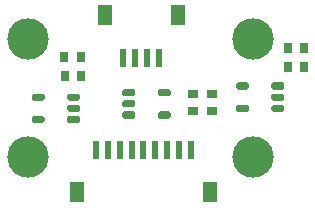
<source format=gbr>
%TF.GenerationSoftware,KiCad,Pcbnew,5.1.10*%
%TF.CreationDate,2021-07-28T16:13:43-07:00*%
%TF.ProjectId,exocam_charge_amp,65786f63-616d-45f6-9368-617267655f61,rev?*%
%TF.SameCoordinates,Original*%
%TF.FileFunction,Soldermask,Top*%
%TF.FilePolarity,Negative*%
%FSLAX46Y46*%
G04 Gerber Fmt 4.6, Leading zero omitted, Abs format (unit mm)*
G04 Created by KiCad (PCBNEW 5.1.10) date 2021-07-28 16:13:43*
%MOMM*%
%LPD*%
G01*
G04 APERTURE LIST*
%ADD10R,1.200000X1.800000*%
%ADD11R,0.600000X1.550000*%
%ADD12R,0.900000X0.725000*%
%ADD13R,0.725000X0.900000*%
%ADD14C,3.500000*%
G04 APERTURE END LIST*
%TO.C,U3*%
G36*
G01*
X62089200Y-65651600D02*
X62089200Y-65351600D01*
G75*
G02*
X62239200Y-65201600I150000J0D01*
G01*
X63039200Y-65201600D01*
G75*
G02*
X63189200Y-65351600I0J-150000D01*
G01*
X63189200Y-65651600D01*
G75*
G02*
X63039200Y-65801600I-150000J0D01*
G01*
X62239200Y-65801600D01*
G75*
G02*
X62089200Y-65651600I0J150000D01*
G01*
G37*
G36*
G01*
X59089200Y-65651600D02*
X59089200Y-65351600D01*
G75*
G02*
X59239200Y-65201600I150000J0D01*
G01*
X60039200Y-65201600D01*
G75*
G02*
X60189200Y-65351600I0J-150000D01*
G01*
X60189200Y-65651600D01*
G75*
G02*
X60039200Y-65801600I-150000J0D01*
G01*
X59239200Y-65801600D01*
G75*
G02*
X59089200Y-65651600I0J150000D01*
G01*
G37*
G36*
G01*
X59089200Y-64701600D02*
X59089200Y-64401600D01*
G75*
G02*
X59239200Y-64251600I150000J0D01*
G01*
X60039200Y-64251600D01*
G75*
G02*
X60189200Y-64401600I0J-150000D01*
G01*
X60189200Y-64701600D01*
G75*
G02*
X60039200Y-64851600I-150000J0D01*
G01*
X59239200Y-64851600D01*
G75*
G02*
X59089200Y-64701600I0J150000D01*
G01*
G37*
G36*
G01*
X62089200Y-63751600D02*
X62089200Y-63451600D01*
G75*
G02*
X62239200Y-63301600I150000J0D01*
G01*
X63039200Y-63301600D01*
G75*
G02*
X63189200Y-63451600I0J-150000D01*
G01*
X63189200Y-63751600D01*
G75*
G02*
X63039200Y-63901600I-150000J0D01*
G01*
X62239200Y-63901600D01*
G75*
G02*
X62089200Y-63751600I0J150000D01*
G01*
G37*
G36*
G01*
X59089200Y-63751600D02*
X59089200Y-63451600D01*
G75*
G02*
X59239200Y-63301600I150000J0D01*
G01*
X60039200Y-63301600D01*
G75*
G02*
X60189200Y-63451600I0J-150000D01*
G01*
X60189200Y-63751600D01*
G75*
G02*
X60039200Y-63901600I-150000J0D01*
G01*
X59239200Y-63901600D01*
G75*
G02*
X59089200Y-63751600I0J150000D01*
G01*
G37*
%TD*%
D10*
%TO.C,J2*%
X63782500Y-57042500D03*
X57582500Y-57042500D03*
D11*
X59182500Y-60642500D03*
X60182500Y-60642500D03*
X61182500Y-60642500D03*
X62182500Y-60642500D03*
%TD*%
%TO.C,U2*%
G36*
G01*
X69813000Y-62897800D02*
X69813000Y-63197800D01*
G75*
G02*
X69663000Y-63347800I-150000J0D01*
G01*
X68863000Y-63347800D01*
G75*
G02*
X68713000Y-63197800I0J150000D01*
G01*
X68713000Y-62897800D01*
G75*
G02*
X68863000Y-62747800I150000J0D01*
G01*
X69663000Y-62747800D01*
G75*
G02*
X69813000Y-62897800I0J-150000D01*
G01*
G37*
G36*
G01*
X72813000Y-62897800D02*
X72813000Y-63197800D01*
G75*
G02*
X72663000Y-63347800I-150000J0D01*
G01*
X71863000Y-63347800D01*
G75*
G02*
X71713000Y-63197800I0J150000D01*
G01*
X71713000Y-62897800D01*
G75*
G02*
X71863000Y-62747800I150000J0D01*
G01*
X72663000Y-62747800D01*
G75*
G02*
X72813000Y-62897800I0J-150000D01*
G01*
G37*
G36*
G01*
X72813000Y-63847800D02*
X72813000Y-64147800D01*
G75*
G02*
X72663000Y-64297800I-150000J0D01*
G01*
X71863000Y-64297800D01*
G75*
G02*
X71713000Y-64147800I0J150000D01*
G01*
X71713000Y-63847800D01*
G75*
G02*
X71863000Y-63697800I150000J0D01*
G01*
X72663000Y-63697800D01*
G75*
G02*
X72813000Y-63847800I0J-150000D01*
G01*
G37*
G36*
G01*
X69813000Y-64797800D02*
X69813000Y-65097800D01*
G75*
G02*
X69663000Y-65247800I-150000J0D01*
G01*
X68863000Y-65247800D01*
G75*
G02*
X68713000Y-65097800I0J150000D01*
G01*
X68713000Y-64797800D01*
G75*
G02*
X68863000Y-64647800I150000J0D01*
G01*
X69663000Y-64647800D01*
G75*
G02*
X69813000Y-64797800I0J-150000D01*
G01*
G37*
G36*
G01*
X72813000Y-64797800D02*
X72813000Y-65097800D01*
G75*
G02*
X72663000Y-65247800I-150000J0D01*
G01*
X71863000Y-65247800D01*
G75*
G02*
X71713000Y-65097800I0J150000D01*
G01*
X71713000Y-64797800D01*
G75*
G02*
X71863000Y-64647800I150000J0D01*
G01*
X72663000Y-64647800D01*
G75*
G02*
X72813000Y-64797800I0J-150000D01*
G01*
G37*
%TD*%
%TO.C,U1*%
G36*
G01*
X52515600Y-63832600D02*
X52515600Y-64132600D01*
G75*
G02*
X52365600Y-64282600I-150000J0D01*
G01*
X51565600Y-64282600D01*
G75*
G02*
X51415600Y-64132600I0J150000D01*
G01*
X51415600Y-63832600D01*
G75*
G02*
X51565600Y-63682600I150000J0D01*
G01*
X52365600Y-63682600D01*
G75*
G02*
X52515600Y-63832600I0J-150000D01*
G01*
G37*
G36*
G01*
X55515600Y-63832600D02*
X55515600Y-64132600D01*
G75*
G02*
X55365600Y-64282600I-150000J0D01*
G01*
X54565600Y-64282600D01*
G75*
G02*
X54415600Y-64132600I0J150000D01*
G01*
X54415600Y-63832600D01*
G75*
G02*
X54565600Y-63682600I150000J0D01*
G01*
X55365600Y-63682600D01*
G75*
G02*
X55515600Y-63832600I0J-150000D01*
G01*
G37*
G36*
G01*
X55515600Y-64782600D02*
X55515600Y-65082600D01*
G75*
G02*
X55365600Y-65232600I-150000J0D01*
G01*
X54565600Y-65232600D01*
G75*
G02*
X54415600Y-65082600I0J150000D01*
G01*
X54415600Y-64782600D01*
G75*
G02*
X54565600Y-64632600I150000J0D01*
G01*
X55365600Y-64632600D01*
G75*
G02*
X55515600Y-64782600I0J-150000D01*
G01*
G37*
G36*
G01*
X52515600Y-65732600D02*
X52515600Y-66032600D01*
G75*
G02*
X52365600Y-66182600I-150000J0D01*
G01*
X51565600Y-66182600D01*
G75*
G02*
X51415600Y-66032600I0J150000D01*
G01*
X51415600Y-65732600D01*
G75*
G02*
X51565600Y-65582600I150000J0D01*
G01*
X52365600Y-65582600D01*
G75*
G02*
X52515600Y-65732600I0J-150000D01*
G01*
G37*
G36*
G01*
X55515600Y-65732600D02*
X55515600Y-66032600D01*
G75*
G02*
X55365600Y-66182600I-150000J0D01*
G01*
X54565600Y-66182600D01*
G75*
G02*
X54415600Y-66032600I0J150000D01*
G01*
X54415600Y-65732600D01*
G75*
G02*
X54565600Y-65582600I150000J0D01*
G01*
X55365600Y-65582600D01*
G75*
G02*
X55515600Y-65732600I0J-150000D01*
G01*
G37*
%TD*%
D12*
%TO.C,R8*%
X66649600Y-63750600D03*
X66649600Y-65125600D03*
%TD*%
D13*
%TO.C,R6*%
X74447400Y-59867800D03*
X73072400Y-59867800D03*
%TD*%
%TO.C,R3*%
X55549800Y-60604400D03*
X54174800Y-60604400D03*
%TD*%
D11*
%TO.C,J1*%
X64880000Y-68453000D03*
D10*
X66480000Y-72053000D03*
D11*
X63880000Y-68453000D03*
X62880000Y-68453000D03*
D10*
X55280000Y-72053000D03*
D11*
X61880000Y-68453000D03*
X60880000Y-68453000D03*
X59880000Y-68453000D03*
X58880000Y-68453000D03*
X57880000Y-68453000D03*
X56880000Y-68453000D03*
%TD*%
D12*
%TO.C,C3*%
X65074800Y-63754000D03*
X65074800Y-65129000D03*
%TD*%
D13*
%TO.C,C2*%
X74450800Y-61442600D03*
X73075800Y-61442600D03*
%TD*%
%TO.C,C1*%
X55578600Y-62179200D03*
X54203600Y-62179200D03*
%TD*%
D14*
%TO.C,H1*%
X70117500Y-69055000D03*
%TD*%
%TO.C,H4*%
X51117500Y-59055000D03*
%TD*%
%TO.C,H3*%
X51117500Y-69055000D03*
%TD*%
%TO.C,H2*%
X70117500Y-59055000D03*
%TD*%
M02*

</source>
